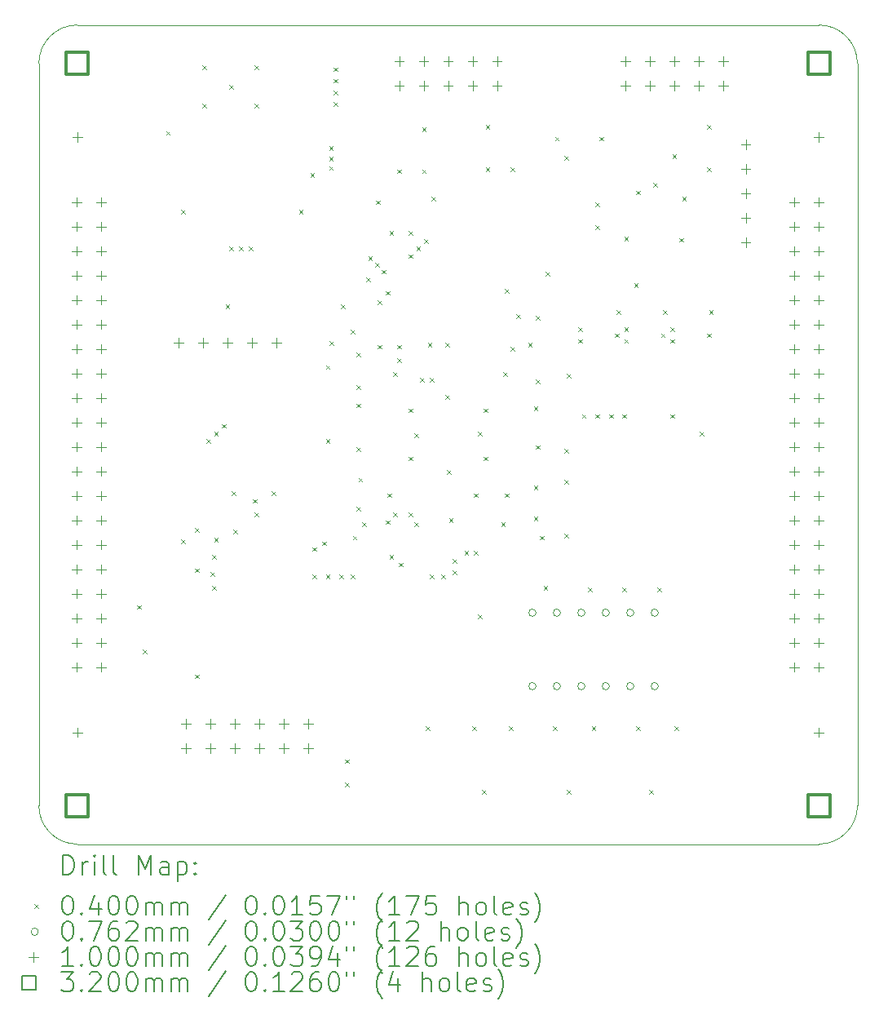
<source format=gbr>
%FSLAX45Y45*%
G04 Gerber Fmt 4.5, Leading zero omitted, Abs format (unit mm)*
G04 Created by KiCad (PCBNEW (6.0.5)) date 2025-04-13 13:18:47*
%MOMM*%
%LPD*%
G01*
G04 APERTURE LIST*
%TA.AperFunction,Profile*%
%ADD10C,0.100000*%
%TD*%
%ADD11C,0.200000*%
%ADD12C,0.040000*%
%ADD13C,0.076200*%
%ADD14C,0.100000*%
%ADD15C,0.320000*%
G04 APERTURE END LIST*
D10*
X9200000Y-13900000D02*
X9200000Y-6200000D01*
X17300000Y-14300000D02*
G75*
G03*
X17700000Y-13900000I0J400000D01*
G01*
X9600000Y-5800000D02*
X17300000Y-5800000D01*
X17700000Y-6200000D02*
X17700000Y-13900000D01*
X17700000Y-6200000D02*
G75*
G03*
X17300000Y-5800000I-400000J0D01*
G01*
X9600000Y-5800000D02*
G75*
G03*
X9200000Y-6200000I0J-400000D01*
G01*
X17300000Y-14300000D02*
X9600000Y-14300000D01*
X9200000Y-13900000D02*
G75*
G03*
X9600000Y-14300000I400000J0D01*
G01*
D11*
D12*
X10220000Y-11820000D02*
X10260000Y-11860000D01*
X10260000Y-11820000D02*
X10220000Y-11860000D01*
X10280000Y-12280000D02*
X10320000Y-12320000D01*
X10320000Y-12280000D02*
X10280000Y-12320000D01*
X10520000Y-6900000D02*
X10560000Y-6940000D01*
X10560000Y-6900000D02*
X10520000Y-6940000D01*
X10680000Y-7720000D02*
X10720000Y-7760000D01*
X10720000Y-7720000D02*
X10680000Y-7760000D01*
X10680000Y-11140000D02*
X10720000Y-11180000D01*
X10720000Y-11140000D02*
X10680000Y-11180000D01*
X10820000Y-11020000D02*
X10860000Y-11060000D01*
X10860000Y-11020000D02*
X10820000Y-11060000D01*
X10820000Y-11440000D02*
X10860000Y-11480000D01*
X10860000Y-11440000D02*
X10820000Y-11480000D01*
X10820000Y-12540000D02*
X10860000Y-12580000D01*
X10860000Y-12540000D02*
X10820000Y-12580000D01*
X10900000Y-6220000D02*
X10940000Y-6260000D01*
X10940000Y-6220000D02*
X10900000Y-6260000D01*
X10900000Y-6620000D02*
X10940000Y-6660000D01*
X10940000Y-6620000D02*
X10900000Y-6660000D01*
X10940000Y-10100000D02*
X10980000Y-10140000D01*
X10980000Y-10100000D02*
X10940000Y-10140000D01*
X10980000Y-11480000D02*
X11020000Y-11520000D01*
X11020000Y-11480000D02*
X10980000Y-11520000D01*
X11000000Y-11300000D02*
X11040000Y-11340000D01*
X11040000Y-11300000D02*
X11000000Y-11340000D01*
X11000000Y-11620000D02*
X11040000Y-11660000D01*
X11040000Y-11620000D02*
X11000000Y-11660000D01*
X11020000Y-10020000D02*
X11060000Y-10060000D01*
X11060000Y-10020000D02*
X11020000Y-10060000D01*
X11020000Y-11120000D02*
X11060000Y-11160000D01*
X11060000Y-11120000D02*
X11020000Y-11160000D01*
X11100000Y-9940000D02*
X11140000Y-9980000D01*
X11140000Y-9940000D02*
X11100000Y-9980000D01*
X11140000Y-8700000D02*
X11180000Y-8740000D01*
X11180000Y-8700000D02*
X11140000Y-8740000D01*
X11180000Y-6420000D02*
X11220000Y-6460000D01*
X11220000Y-6420000D02*
X11180000Y-6460000D01*
X11180000Y-8100000D02*
X11220000Y-8140000D01*
X11220000Y-8100000D02*
X11180000Y-8140000D01*
X11200000Y-10640000D02*
X11240000Y-10680000D01*
X11240000Y-10640000D02*
X11200000Y-10680000D01*
X11220000Y-11040000D02*
X11260000Y-11080000D01*
X11260000Y-11040000D02*
X11220000Y-11080000D01*
X11280000Y-8100000D02*
X11320000Y-8140000D01*
X11320000Y-8100000D02*
X11280000Y-8140000D01*
X11380000Y-8100000D02*
X11420000Y-8140000D01*
X11420000Y-8100000D02*
X11380000Y-8140000D01*
X11420000Y-10720000D02*
X11460000Y-10760000D01*
X11460000Y-10720000D02*
X11420000Y-10760000D01*
X11440000Y-6220000D02*
X11480000Y-6260000D01*
X11480000Y-6220000D02*
X11440000Y-6260000D01*
X11440000Y-6620000D02*
X11480000Y-6660000D01*
X11480000Y-6620000D02*
X11440000Y-6660000D01*
X11440000Y-10860000D02*
X11480000Y-10900000D01*
X11480000Y-10860000D02*
X11440000Y-10900000D01*
X11620000Y-10640000D02*
X11660000Y-10680000D01*
X11660000Y-10640000D02*
X11620000Y-10680000D01*
X11900000Y-7720000D02*
X11940000Y-7760000D01*
X11940000Y-7720000D02*
X11900000Y-7760000D01*
X12020000Y-7340000D02*
X12060000Y-7380000D01*
X12060000Y-7340000D02*
X12020000Y-7380000D01*
X12040000Y-11220000D02*
X12080000Y-11260000D01*
X12080000Y-11220000D02*
X12040000Y-11260000D01*
X12040000Y-11500000D02*
X12080000Y-11540000D01*
X12080000Y-11500000D02*
X12040000Y-11540000D01*
X12140000Y-11160000D02*
X12180000Y-11200000D01*
X12180000Y-11160000D02*
X12140000Y-11200000D01*
X12180000Y-9329950D02*
X12220000Y-9369950D01*
X12220000Y-9329950D02*
X12180000Y-9369950D01*
X12180000Y-10100000D02*
X12220000Y-10140000D01*
X12220000Y-10100000D02*
X12180000Y-10140000D01*
X12180000Y-11500000D02*
X12220000Y-11540000D01*
X12220000Y-11500000D02*
X12180000Y-11540000D01*
X12215000Y-7060000D02*
X12255000Y-7100000D01*
X12255000Y-7060000D02*
X12215000Y-7100000D01*
X12215000Y-7165000D02*
X12255000Y-7205000D01*
X12255000Y-7165000D02*
X12215000Y-7205000D01*
X12215000Y-7265000D02*
X12255000Y-7305000D01*
X12255000Y-7265000D02*
X12215000Y-7305000D01*
X12220000Y-9080000D02*
X12260000Y-9120000D01*
X12260000Y-9080000D02*
X12220000Y-9120000D01*
X12260000Y-6240000D02*
X12300000Y-6280000D01*
X12300000Y-6240000D02*
X12260000Y-6280000D01*
X12260000Y-6360000D02*
X12300000Y-6400000D01*
X12300000Y-6360000D02*
X12260000Y-6400000D01*
X12260000Y-6480000D02*
X12300000Y-6520000D01*
X12300000Y-6480000D02*
X12260000Y-6520000D01*
X12260000Y-6600000D02*
X12300000Y-6640000D01*
X12300000Y-6600000D02*
X12260000Y-6640000D01*
X12320000Y-11500000D02*
X12360000Y-11540000D01*
X12360000Y-11500000D02*
X12320000Y-11540000D01*
X12340000Y-8700000D02*
X12380000Y-8740000D01*
X12380000Y-8700000D02*
X12340000Y-8740000D01*
X12380000Y-13420000D02*
X12420000Y-13460000D01*
X12420000Y-13420000D02*
X12380000Y-13460000D01*
X12380000Y-13660000D02*
X12420000Y-13700000D01*
X12420000Y-13660000D02*
X12380000Y-13700000D01*
X12440000Y-8960000D02*
X12480000Y-9000000D01*
X12480000Y-8960000D02*
X12440000Y-9000000D01*
X12440000Y-11500000D02*
X12480000Y-11540000D01*
X12480000Y-11500000D02*
X12440000Y-11540000D01*
X12460000Y-11100000D02*
X12500000Y-11140000D01*
X12500000Y-11100000D02*
X12460000Y-11140000D01*
X12500000Y-9200000D02*
X12540000Y-9240000D01*
X12540000Y-9200000D02*
X12500000Y-9240000D01*
X12500000Y-9540000D02*
X12540000Y-9580000D01*
X12540000Y-9540000D02*
X12500000Y-9580000D01*
X12500000Y-9729950D02*
X12540000Y-9769950D01*
X12540000Y-9729950D02*
X12500000Y-9769950D01*
X12500000Y-10180000D02*
X12540000Y-10220000D01*
X12540000Y-10180000D02*
X12500000Y-10220000D01*
X12500000Y-10800000D02*
X12540000Y-10840000D01*
X12540000Y-10800000D02*
X12500000Y-10840000D01*
X12520000Y-10500000D02*
X12560000Y-10540000D01*
X12560000Y-10500000D02*
X12520000Y-10540000D01*
X12560000Y-10960000D02*
X12600000Y-11000000D01*
X12600000Y-10960000D02*
X12560000Y-11000000D01*
X12600000Y-8420000D02*
X12640000Y-8460000D01*
X12640000Y-8420000D02*
X12600000Y-8460000D01*
X12620000Y-8200000D02*
X12660000Y-8240000D01*
X12660000Y-8200000D02*
X12620000Y-8240000D01*
X12690000Y-8270000D02*
X12730000Y-8310000D01*
X12730000Y-8270000D02*
X12690000Y-8310000D01*
X12700000Y-7620000D02*
X12740000Y-7660000D01*
X12740000Y-7620000D02*
X12700000Y-7660000D01*
X12720000Y-8660000D02*
X12760000Y-8700000D01*
X12760000Y-8660000D02*
X12720000Y-8700000D01*
X12720000Y-9120000D02*
X12760000Y-9160000D01*
X12760000Y-9120000D02*
X12720000Y-9160000D01*
X12760000Y-8340000D02*
X12800000Y-8380000D01*
X12800000Y-8340000D02*
X12760000Y-8380000D01*
X12800000Y-8560000D02*
X12840000Y-8600000D01*
X12840000Y-8560000D02*
X12800000Y-8600000D01*
X12800000Y-10940000D02*
X12840000Y-10980000D01*
X12840000Y-10940000D02*
X12800000Y-10980000D01*
X12820000Y-10660000D02*
X12860000Y-10700000D01*
X12860000Y-10660000D02*
X12820000Y-10700000D01*
X12840000Y-7940000D02*
X12880000Y-7980000D01*
X12880000Y-7940000D02*
X12840000Y-7980000D01*
X12840000Y-11300000D02*
X12880000Y-11340000D01*
X12880000Y-11300000D02*
X12840000Y-11340000D01*
X12880000Y-9400000D02*
X12920000Y-9440000D01*
X12920000Y-9400000D02*
X12880000Y-9440000D01*
X12880000Y-10860000D02*
X12920000Y-10900000D01*
X12920000Y-10860000D02*
X12880000Y-10900000D01*
X12920000Y-7300000D02*
X12960000Y-7340000D01*
X12960000Y-7300000D02*
X12920000Y-7340000D01*
X12920000Y-9120000D02*
X12960000Y-9160000D01*
X12960000Y-9120000D02*
X12920000Y-9160000D01*
X12920000Y-9260000D02*
X12960000Y-9300000D01*
X12960000Y-9260000D02*
X12920000Y-9300000D01*
X12940000Y-11380000D02*
X12980000Y-11420000D01*
X12980000Y-11380000D02*
X12940000Y-11420000D01*
X13040000Y-7940000D02*
X13080000Y-7980000D01*
X13080000Y-7940000D02*
X13040000Y-7980000D01*
X13040000Y-8180000D02*
X13080000Y-8220000D01*
X13080000Y-8180000D02*
X13040000Y-8220000D01*
X13040000Y-9780000D02*
X13080000Y-9820000D01*
X13080000Y-9780000D02*
X13040000Y-9820000D01*
X13040000Y-10280000D02*
X13080000Y-10320000D01*
X13080000Y-10280000D02*
X13040000Y-10320000D01*
X13040000Y-10860000D02*
X13080000Y-10900000D01*
X13080000Y-10860000D02*
X13040000Y-10900000D01*
X13100000Y-10040000D02*
X13140000Y-10080000D01*
X13140000Y-10040000D02*
X13100000Y-10080000D01*
X13100000Y-10960000D02*
X13140000Y-11000000D01*
X13140000Y-10960000D02*
X13100000Y-11000000D01*
X13120000Y-8100000D02*
X13160000Y-8140000D01*
X13160000Y-8100000D02*
X13120000Y-8140000D01*
X13160000Y-9460000D02*
X13200000Y-9500000D01*
X13200000Y-9460000D02*
X13160000Y-9500000D01*
X13180000Y-6860000D02*
X13220000Y-6900000D01*
X13220000Y-6860000D02*
X13180000Y-6900000D01*
X13180000Y-7300000D02*
X13220000Y-7340000D01*
X13220000Y-7300000D02*
X13180000Y-7340000D01*
X13200000Y-8020000D02*
X13240000Y-8060000D01*
X13240000Y-8020000D02*
X13200000Y-8060000D01*
X13220000Y-13080000D02*
X13260000Y-13120000D01*
X13260000Y-13080000D02*
X13220000Y-13120000D01*
X13240000Y-9100000D02*
X13280000Y-9140000D01*
X13280000Y-9100000D02*
X13240000Y-9140000D01*
X13260000Y-9460000D02*
X13300000Y-9500000D01*
X13300000Y-9460000D02*
X13260000Y-9500000D01*
X13260000Y-11500000D02*
X13300000Y-11540000D01*
X13300000Y-11500000D02*
X13260000Y-11540000D01*
X13280000Y-7580000D02*
X13320000Y-7620000D01*
X13320000Y-7580000D02*
X13280000Y-7620000D01*
X13380000Y-11500000D02*
X13420000Y-11540000D01*
X13420000Y-11500000D02*
X13380000Y-11540000D01*
X13420000Y-9100000D02*
X13460000Y-9140000D01*
X13460000Y-9100000D02*
X13420000Y-9140000D01*
X13420000Y-9640000D02*
X13460000Y-9680000D01*
X13460000Y-9640000D02*
X13420000Y-9680000D01*
X13440000Y-10420000D02*
X13480000Y-10460000D01*
X13480000Y-10420000D02*
X13440000Y-10460000D01*
X13460000Y-10920000D02*
X13500000Y-10960000D01*
X13500000Y-10920000D02*
X13460000Y-10960000D01*
X13500000Y-11340000D02*
X13540000Y-11380000D01*
X13540000Y-11340000D02*
X13500000Y-11380000D01*
X13500000Y-11460000D02*
X13540000Y-11500000D01*
X13540000Y-11460000D02*
X13500000Y-11500000D01*
X13620000Y-11260000D02*
X13660000Y-11300000D01*
X13660000Y-11260000D02*
X13620000Y-11300000D01*
X13700000Y-13080000D02*
X13740000Y-13120000D01*
X13740000Y-13080000D02*
X13700000Y-13120000D01*
X13720000Y-10660000D02*
X13760000Y-10700000D01*
X13760000Y-10660000D02*
X13720000Y-10700000D01*
X13720000Y-11260000D02*
X13760000Y-11300000D01*
X13760000Y-11260000D02*
X13720000Y-11300000D01*
X13760000Y-10020000D02*
X13800000Y-10060000D01*
X13800000Y-10020000D02*
X13760000Y-10060000D01*
X13760000Y-11920000D02*
X13800000Y-11960000D01*
X13800000Y-11920000D02*
X13760000Y-11960000D01*
X13800000Y-13740000D02*
X13840000Y-13780000D01*
X13840000Y-13740000D02*
X13800000Y-13780000D01*
X13820000Y-9780000D02*
X13860000Y-9820000D01*
X13860000Y-9780000D02*
X13820000Y-9820000D01*
X13820000Y-10280000D02*
X13860000Y-10320000D01*
X13860000Y-10280000D02*
X13820000Y-10320000D01*
X13840000Y-6840000D02*
X13880000Y-6880000D01*
X13880000Y-6840000D02*
X13840000Y-6880000D01*
X13840000Y-7280000D02*
X13880000Y-7320000D01*
X13880000Y-7280000D02*
X13840000Y-7320000D01*
X14000000Y-10960000D02*
X14040000Y-11000000D01*
X14040000Y-10960000D02*
X14000000Y-11000000D01*
X14020000Y-9400000D02*
X14060000Y-9440000D01*
X14060000Y-9400000D02*
X14020000Y-9440000D01*
X14040000Y-8540000D02*
X14080000Y-8580000D01*
X14080000Y-8540000D02*
X14040000Y-8580000D01*
X14040000Y-10660000D02*
X14080000Y-10700000D01*
X14080000Y-10660000D02*
X14040000Y-10700000D01*
X14080000Y-13080000D02*
X14120000Y-13120000D01*
X14120000Y-13080000D02*
X14080000Y-13120000D01*
X14100000Y-7280000D02*
X14140000Y-7320000D01*
X14140000Y-7280000D02*
X14100000Y-7320000D01*
X14100000Y-9140000D02*
X14140000Y-9180000D01*
X14140000Y-9140000D02*
X14100000Y-9180000D01*
X14160000Y-8800000D02*
X14200000Y-8840000D01*
X14200000Y-8800000D02*
X14160000Y-8840000D01*
X14280000Y-9100000D02*
X14320000Y-9140000D01*
X14320000Y-9100000D02*
X14280000Y-9140000D01*
X14340000Y-9760000D02*
X14380000Y-9800000D01*
X14380000Y-9760000D02*
X14340000Y-9800000D01*
X14340000Y-10580000D02*
X14380000Y-10620000D01*
X14380000Y-10580000D02*
X14340000Y-10620000D01*
X14340000Y-10900000D02*
X14380000Y-10940000D01*
X14380000Y-10900000D02*
X14340000Y-10940000D01*
X14360000Y-8820000D02*
X14400000Y-8860000D01*
X14400000Y-8820000D02*
X14360000Y-8860000D01*
X14360000Y-9480000D02*
X14400000Y-9520000D01*
X14400000Y-9480000D02*
X14360000Y-9520000D01*
X14360000Y-10160000D02*
X14400000Y-10200000D01*
X14400000Y-10160000D02*
X14360000Y-10200000D01*
X14400000Y-11100000D02*
X14440000Y-11140000D01*
X14440000Y-11100000D02*
X14400000Y-11140000D01*
X14440000Y-11620000D02*
X14480000Y-11660000D01*
X14480000Y-11620000D02*
X14440000Y-11660000D01*
X14460000Y-8360000D02*
X14500000Y-8400000D01*
X14500000Y-8360000D02*
X14460000Y-8400000D01*
X14540000Y-13080000D02*
X14580000Y-13120000D01*
X14580000Y-13080000D02*
X14540000Y-13120000D01*
X14560000Y-6960000D02*
X14600000Y-7000000D01*
X14600000Y-6960000D02*
X14560000Y-7000000D01*
X14660000Y-7160000D02*
X14700000Y-7200000D01*
X14700000Y-7160000D02*
X14660000Y-7200000D01*
X14660000Y-10200000D02*
X14700000Y-10240000D01*
X14700000Y-10200000D02*
X14660000Y-10240000D01*
X14660000Y-10520000D02*
X14700000Y-10560000D01*
X14700000Y-10520000D02*
X14660000Y-10560000D01*
X14660000Y-11080000D02*
X14700000Y-11120000D01*
X14700000Y-11080000D02*
X14660000Y-11120000D01*
X14680000Y-9420000D02*
X14720000Y-9460000D01*
X14720000Y-9420000D02*
X14680000Y-9460000D01*
X14680000Y-13740000D02*
X14720000Y-13780000D01*
X14720000Y-13740000D02*
X14680000Y-13780000D01*
X14800000Y-8940000D02*
X14840000Y-8980000D01*
X14840000Y-8940000D02*
X14800000Y-8980000D01*
X14800000Y-9060000D02*
X14840000Y-9100000D01*
X14840000Y-9060000D02*
X14800000Y-9100000D01*
X14840000Y-9840000D02*
X14880000Y-9880000D01*
X14880000Y-9840000D02*
X14840000Y-9880000D01*
X14900000Y-11640000D02*
X14940000Y-11680000D01*
X14940000Y-11640000D02*
X14900000Y-11680000D01*
X14940000Y-13080000D02*
X14980000Y-13120000D01*
X14980000Y-13080000D02*
X14940000Y-13120000D01*
X14980000Y-7640000D02*
X15020000Y-7680000D01*
X15020000Y-7640000D02*
X14980000Y-7680000D01*
X14980000Y-7880000D02*
X15020000Y-7920000D01*
X15020000Y-7880000D02*
X14980000Y-7920000D01*
X14980000Y-9840000D02*
X15020000Y-9880000D01*
X15020000Y-9840000D02*
X14980000Y-9880000D01*
X15020000Y-6960000D02*
X15060000Y-7000000D01*
X15060000Y-6960000D02*
X15020000Y-7000000D01*
X15120000Y-9840000D02*
X15160000Y-9880000D01*
X15160000Y-9840000D02*
X15120000Y-9880000D01*
X15180000Y-9000000D02*
X15220000Y-9040000D01*
X15220000Y-9000000D02*
X15180000Y-9040000D01*
X15200000Y-8760000D02*
X15240000Y-8800000D01*
X15240000Y-8760000D02*
X15200000Y-8800000D01*
X15260000Y-9840000D02*
X15300000Y-9880000D01*
X15300000Y-9840000D02*
X15260000Y-9880000D01*
X15260000Y-11640000D02*
X15300000Y-11680000D01*
X15300000Y-11640000D02*
X15260000Y-11680000D01*
X15280000Y-8000000D02*
X15320000Y-8040000D01*
X15320000Y-8000000D02*
X15280000Y-8040000D01*
X15280000Y-8940000D02*
X15320000Y-8980000D01*
X15320000Y-8940000D02*
X15280000Y-8980000D01*
X15280000Y-9060000D02*
X15320000Y-9100000D01*
X15320000Y-9060000D02*
X15280000Y-9100000D01*
X15380000Y-8480000D02*
X15420000Y-8520000D01*
X15420000Y-8480000D02*
X15380000Y-8520000D01*
X15400000Y-7520000D02*
X15440000Y-7560000D01*
X15440000Y-7520000D02*
X15400000Y-7560000D01*
X15400000Y-13080000D02*
X15440000Y-13120000D01*
X15440000Y-13080000D02*
X15400000Y-13120000D01*
X15540000Y-13740000D02*
X15580000Y-13780000D01*
X15580000Y-13740000D02*
X15540000Y-13780000D01*
X15580000Y-7440000D02*
X15620000Y-7480000D01*
X15620000Y-7440000D02*
X15580000Y-7480000D01*
X15620000Y-11640000D02*
X15660000Y-11680000D01*
X15660000Y-11640000D02*
X15620000Y-11680000D01*
X15660000Y-9000000D02*
X15700000Y-9040000D01*
X15700000Y-9000000D02*
X15660000Y-9040000D01*
X15680000Y-8760000D02*
X15720000Y-8800000D01*
X15720000Y-8760000D02*
X15680000Y-8800000D01*
X15760000Y-8940000D02*
X15800000Y-8980000D01*
X15800000Y-8940000D02*
X15760000Y-8980000D01*
X15760000Y-9060000D02*
X15800000Y-9100000D01*
X15800000Y-9060000D02*
X15760000Y-9100000D01*
X15760000Y-9840000D02*
X15800000Y-9880000D01*
X15800000Y-9840000D02*
X15760000Y-9880000D01*
X15780000Y-7140000D02*
X15820000Y-7180000D01*
X15820000Y-7140000D02*
X15780000Y-7180000D01*
X15800000Y-13080000D02*
X15840000Y-13120000D01*
X15840000Y-13080000D02*
X15800000Y-13120000D01*
X15849500Y-8010500D02*
X15889500Y-8050500D01*
X15889500Y-8010500D02*
X15849500Y-8050500D01*
X15880000Y-7580000D02*
X15920000Y-7620000D01*
X15920000Y-7580000D02*
X15880000Y-7620000D01*
X16060000Y-10020000D02*
X16100000Y-10060000D01*
X16100000Y-10020000D02*
X16060000Y-10060000D01*
X16140000Y-6840000D02*
X16180000Y-6880000D01*
X16180000Y-6840000D02*
X16140000Y-6880000D01*
X16140000Y-7280000D02*
X16180000Y-7320000D01*
X16180000Y-7280000D02*
X16140000Y-7320000D01*
X16140000Y-9000000D02*
X16180000Y-9040000D01*
X16180000Y-9000000D02*
X16140000Y-9040000D01*
X16160000Y-8760000D02*
X16200000Y-8800000D01*
X16200000Y-8760000D02*
X16160000Y-8800000D01*
D13*
X14363100Y-11899000D02*
G75*
G03*
X14363100Y-11899000I-38100J0D01*
G01*
X14363100Y-12661000D02*
G75*
G03*
X14363100Y-12661000I-38100J0D01*
G01*
X14617100Y-11899000D02*
G75*
G03*
X14617100Y-11899000I-38100J0D01*
G01*
X14617100Y-12661000D02*
G75*
G03*
X14617100Y-12661000I-38100J0D01*
G01*
X14871100Y-11899000D02*
G75*
G03*
X14871100Y-11899000I-38100J0D01*
G01*
X14871100Y-12661000D02*
G75*
G03*
X14871100Y-12661000I-38100J0D01*
G01*
X15125100Y-11899000D02*
G75*
G03*
X15125100Y-11899000I-38100J0D01*
G01*
X15125100Y-12661000D02*
G75*
G03*
X15125100Y-12661000I-38100J0D01*
G01*
X15379100Y-11899000D02*
G75*
G03*
X15379100Y-11899000I-38100J0D01*
G01*
X15379100Y-12661000D02*
G75*
G03*
X15379100Y-12661000I-38100J0D01*
G01*
X15633100Y-11899000D02*
G75*
G03*
X15633100Y-11899000I-38100J0D01*
G01*
X15633100Y-12661000D02*
G75*
G03*
X15633100Y-12661000I-38100J0D01*
G01*
D14*
X9596000Y-7587000D02*
X9596000Y-7687000D01*
X9546000Y-7637000D02*
X9646000Y-7637000D01*
X9596000Y-7841000D02*
X9596000Y-7941000D01*
X9546000Y-7891000D02*
X9646000Y-7891000D01*
X9596000Y-8095000D02*
X9596000Y-8195000D01*
X9546000Y-8145000D02*
X9646000Y-8145000D01*
X9596000Y-8349000D02*
X9596000Y-8449000D01*
X9546000Y-8399000D02*
X9646000Y-8399000D01*
X9596000Y-8603000D02*
X9596000Y-8703000D01*
X9546000Y-8653000D02*
X9646000Y-8653000D01*
X9596000Y-8857000D02*
X9596000Y-8957000D01*
X9546000Y-8907000D02*
X9646000Y-8907000D01*
X9596000Y-9111000D02*
X9596000Y-9211000D01*
X9546000Y-9161000D02*
X9646000Y-9161000D01*
X9596000Y-9365000D02*
X9596000Y-9465000D01*
X9546000Y-9415000D02*
X9646000Y-9415000D01*
X9596000Y-9619000D02*
X9596000Y-9719000D01*
X9546000Y-9669000D02*
X9646000Y-9669000D01*
X9596000Y-9873000D02*
X9596000Y-9973000D01*
X9546000Y-9923000D02*
X9646000Y-9923000D01*
X9596000Y-10127000D02*
X9596000Y-10227000D01*
X9546000Y-10177000D02*
X9646000Y-10177000D01*
X9596000Y-10381000D02*
X9596000Y-10481000D01*
X9546000Y-10431000D02*
X9646000Y-10431000D01*
X9596000Y-10635000D02*
X9596000Y-10735000D01*
X9546000Y-10685000D02*
X9646000Y-10685000D01*
X9596000Y-10889000D02*
X9596000Y-10989000D01*
X9546000Y-10939000D02*
X9646000Y-10939000D01*
X9596000Y-11143000D02*
X9596000Y-11243000D01*
X9546000Y-11193000D02*
X9646000Y-11193000D01*
X9596000Y-11397000D02*
X9596000Y-11497000D01*
X9546000Y-11447000D02*
X9646000Y-11447000D01*
X9596000Y-11651000D02*
X9596000Y-11751000D01*
X9546000Y-11701000D02*
X9646000Y-11701000D01*
X9596000Y-11905000D02*
X9596000Y-12005000D01*
X9546000Y-11955000D02*
X9646000Y-11955000D01*
X9596000Y-12159000D02*
X9596000Y-12259000D01*
X9546000Y-12209000D02*
X9646000Y-12209000D01*
X9596000Y-12413000D02*
X9596000Y-12513000D01*
X9546000Y-12463000D02*
X9646000Y-12463000D01*
X9600000Y-6910000D02*
X9600000Y-7010000D01*
X9550000Y-6960000D02*
X9650000Y-6960000D01*
X9600000Y-13090000D02*
X9600000Y-13190000D01*
X9550000Y-13140000D02*
X9650000Y-13140000D01*
X9850000Y-7587000D02*
X9850000Y-7687000D01*
X9800000Y-7637000D02*
X9900000Y-7637000D01*
X9850000Y-7841000D02*
X9850000Y-7941000D01*
X9800000Y-7891000D02*
X9900000Y-7891000D01*
X9850000Y-8095000D02*
X9850000Y-8195000D01*
X9800000Y-8145000D02*
X9900000Y-8145000D01*
X9850000Y-8349000D02*
X9850000Y-8449000D01*
X9800000Y-8399000D02*
X9900000Y-8399000D01*
X9850000Y-8603000D02*
X9850000Y-8703000D01*
X9800000Y-8653000D02*
X9900000Y-8653000D01*
X9850000Y-8857000D02*
X9850000Y-8957000D01*
X9800000Y-8907000D02*
X9900000Y-8907000D01*
X9850000Y-9111000D02*
X9850000Y-9211000D01*
X9800000Y-9161000D02*
X9900000Y-9161000D01*
X9850000Y-9365000D02*
X9850000Y-9465000D01*
X9800000Y-9415000D02*
X9900000Y-9415000D01*
X9850000Y-9619000D02*
X9850000Y-9719000D01*
X9800000Y-9669000D02*
X9900000Y-9669000D01*
X9850000Y-9873000D02*
X9850000Y-9973000D01*
X9800000Y-9923000D02*
X9900000Y-9923000D01*
X9850000Y-10127000D02*
X9850000Y-10227000D01*
X9800000Y-10177000D02*
X9900000Y-10177000D01*
X9850000Y-10381000D02*
X9850000Y-10481000D01*
X9800000Y-10431000D02*
X9900000Y-10431000D01*
X9850000Y-10635000D02*
X9850000Y-10735000D01*
X9800000Y-10685000D02*
X9900000Y-10685000D01*
X9850000Y-10889000D02*
X9850000Y-10989000D01*
X9800000Y-10939000D02*
X9900000Y-10939000D01*
X9850000Y-11143000D02*
X9850000Y-11243000D01*
X9800000Y-11193000D02*
X9900000Y-11193000D01*
X9850000Y-11397000D02*
X9850000Y-11497000D01*
X9800000Y-11447000D02*
X9900000Y-11447000D01*
X9850000Y-11651000D02*
X9850000Y-11751000D01*
X9800000Y-11701000D02*
X9900000Y-11701000D01*
X9850000Y-11905000D02*
X9850000Y-12005000D01*
X9800000Y-11955000D02*
X9900000Y-11955000D01*
X9850000Y-12159000D02*
X9850000Y-12259000D01*
X9800000Y-12209000D02*
X9900000Y-12209000D01*
X9850000Y-12413000D02*
X9850000Y-12513000D01*
X9800000Y-12463000D02*
X9900000Y-12463000D01*
X10652500Y-9050000D02*
X10652500Y-9150000D01*
X10602500Y-9100000D02*
X10702500Y-9100000D01*
X10730000Y-13000000D02*
X10730000Y-13100000D01*
X10680000Y-13050000D02*
X10780000Y-13050000D01*
X10730000Y-13254000D02*
X10730000Y-13354000D01*
X10680000Y-13304000D02*
X10780000Y-13304000D01*
X10906500Y-9050000D02*
X10906500Y-9150000D01*
X10856500Y-9100000D02*
X10956500Y-9100000D01*
X10984000Y-13000000D02*
X10984000Y-13100000D01*
X10934000Y-13050000D02*
X11034000Y-13050000D01*
X10984000Y-13254000D02*
X10984000Y-13354000D01*
X10934000Y-13304000D02*
X11034000Y-13304000D01*
X11160500Y-9050000D02*
X11160500Y-9150000D01*
X11110500Y-9100000D02*
X11210500Y-9100000D01*
X11238000Y-13000000D02*
X11238000Y-13100000D01*
X11188000Y-13050000D02*
X11288000Y-13050000D01*
X11238000Y-13254000D02*
X11238000Y-13354000D01*
X11188000Y-13304000D02*
X11288000Y-13304000D01*
X11414500Y-9050000D02*
X11414500Y-9150000D01*
X11364500Y-9100000D02*
X11464500Y-9100000D01*
X11492000Y-13000000D02*
X11492000Y-13100000D01*
X11442000Y-13050000D02*
X11542000Y-13050000D01*
X11492000Y-13254000D02*
X11492000Y-13354000D01*
X11442000Y-13304000D02*
X11542000Y-13304000D01*
X11668500Y-9050000D02*
X11668500Y-9150000D01*
X11618500Y-9100000D02*
X11718500Y-9100000D01*
X11746000Y-13000000D02*
X11746000Y-13100000D01*
X11696000Y-13050000D02*
X11796000Y-13050000D01*
X11746000Y-13254000D02*
X11746000Y-13354000D01*
X11696000Y-13304000D02*
X11796000Y-13304000D01*
X12000000Y-13000000D02*
X12000000Y-13100000D01*
X11950000Y-13050000D02*
X12050000Y-13050000D01*
X12000000Y-13254000D02*
X12000000Y-13354000D01*
X11950000Y-13304000D02*
X12050000Y-13304000D01*
X12942000Y-6126000D02*
X12942000Y-6226000D01*
X12892000Y-6176000D02*
X12992000Y-6176000D01*
X12942000Y-6380000D02*
X12942000Y-6480000D01*
X12892000Y-6430000D02*
X12992000Y-6430000D01*
X13196000Y-6126000D02*
X13196000Y-6226000D01*
X13146000Y-6176000D02*
X13246000Y-6176000D01*
X13196000Y-6380000D02*
X13196000Y-6480000D01*
X13146000Y-6430000D02*
X13246000Y-6430000D01*
X13450000Y-6126000D02*
X13450000Y-6226000D01*
X13400000Y-6176000D02*
X13500000Y-6176000D01*
X13450000Y-6380000D02*
X13450000Y-6480000D01*
X13400000Y-6430000D02*
X13500000Y-6430000D01*
X13704000Y-6126000D02*
X13704000Y-6226000D01*
X13654000Y-6176000D02*
X13754000Y-6176000D01*
X13704000Y-6380000D02*
X13704000Y-6480000D01*
X13654000Y-6430000D02*
X13754000Y-6430000D01*
X13958000Y-6126000D02*
X13958000Y-6226000D01*
X13908000Y-6176000D02*
X14008000Y-6176000D01*
X13958000Y-6380000D02*
X13958000Y-6480000D01*
X13908000Y-6430000D02*
X14008000Y-6430000D01*
X15290000Y-6126000D02*
X15290000Y-6226000D01*
X15240000Y-6176000D02*
X15340000Y-6176000D01*
X15290000Y-6380000D02*
X15290000Y-6480000D01*
X15240000Y-6430000D02*
X15340000Y-6430000D01*
X15544000Y-6126000D02*
X15544000Y-6226000D01*
X15494000Y-6176000D02*
X15594000Y-6176000D01*
X15544000Y-6380000D02*
X15544000Y-6480000D01*
X15494000Y-6430000D02*
X15594000Y-6430000D01*
X15798000Y-6126000D02*
X15798000Y-6226000D01*
X15748000Y-6176000D02*
X15848000Y-6176000D01*
X15798000Y-6380000D02*
X15798000Y-6480000D01*
X15748000Y-6430000D02*
X15848000Y-6430000D01*
X16052000Y-6126000D02*
X16052000Y-6226000D01*
X16002000Y-6176000D02*
X16102000Y-6176000D01*
X16052000Y-6380000D02*
X16052000Y-6480000D01*
X16002000Y-6430000D02*
X16102000Y-6430000D01*
X16306000Y-6126000D02*
X16306000Y-6226000D01*
X16256000Y-6176000D02*
X16356000Y-6176000D01*
X16306000Y-6380000D02*
X16306000Y-6480000D01*
X16256000Y-6430000D02*
X16356000Y-6430000D01*
X16540000Y-6988000D02*
X16540000Y-7088000D01*
X16490000Y-7038000D02*
X16590000Y-7038000D01*
X16540000Y-7242000D02*
X16540000Y-7342000D01*
X16490000Y-7292000D02*
X16590000Y-7292000D01*
X16540000Y-7496000D02*
X16540000Y-7596000D01*
X16490000Y-7546000D02*
X16590000Y-7546000D01*
X16540000Y-7750000D02*
X16540000Y-7850000D01*
X16490000Y-7800000D02*
X16590000Y-7800000D01*
X16540000Y-8004000D02*
X16540000Y-8104000D01*
X16490000Y-8054000D02*
X16590000Y-8054000D01*
X17042000Y-7587000D02*
X17042000Y-7687000D01*
X16992000Y-7637000D02*
X17092000Y-7637000D01*
X17042000Y-7841000D02*
X17042000Y-7941000D01*
X16992000Y-7891000D02*
X17092000Y-7891000D01*
X17042000Y-8095000D02*
X17042000Y-8195000D01*
X16992000Y-8145000D02*
X17092000Y-8145000D01*
X17042000Y-8349000D02*
X17042000Y-8449000D01*
X16992000Y-8399000D02*
X17092000Y-8399000D01*
X17042000Y-8603000D02*
X17042000Y-8703000D01*
X16992000Y-8653000D02*
X17092000Y-8653000D01*
X17042000Y-8857000D02*
X17042000Y-8957000D01*
X16992000Y-8907000D02*
X17092000Y-8907000D01*
X17042000Y-9111000D02*
X17042000Y-9211000D01*
X16992000Y-9161000D02*
X17092000Y-9161000D01*
X17042000Y-9365000D02*
X17042000Y-9465000D01*
X16992000Y-9415000D02*
X17092000Y-9415000D01*
X17042000Y-9619000D02*
X17042000Y-9719000D01*
X16992000Y-9669000D02*
X17092000Y-9669000D01*
X17042000Y-9873000D02*
X17042000Y-9973000D01*
X16992000Y-9923000D02*
X17092000Y-9923000D01*
X17042000Y-10127000D02*
X17042000Y-10227000D01*
X16992000Y-10177000D02*
X17092000Y-10177000D01*
X17042000Y-10381000D02*
X17042000Y-10481000D01*
X16992000Y-10431000D02*
X17092000Y-10431000D01*
X17042000Y-10635000D02*
X17042000Y-10735000D01*
X16992000Y-10685000D02*
X17092000Y-10685000D01*
X17042000Y-10889000D02*
X17042000Y-10989000D01*
X16992000Y-10939000D02*
X17092000Y-10939000D01*
X17042000Y-11143000D02*
X17042000Y-11243000D01*
X16992000Y-11193000D02*
X17092000Y-11193000D01*
X17042000Y-11397000D02*
X17042000Y-11497000D01*
X16992000Y-11447000D02*
X17092000Y-11447000D01*
X17042000Y-11651000D02*
X17042000Y-11751000D01*
X16992000Y-11701000D02*
X17092000Y-11701000D01*
X17042000Y-11905000D02*
X17042000Y-12005000D01*
X16992000Y-11955000D02*
X17092000Y-11955000D01*
X17042000Y-12159000D02*
X17042000Y-12259000D01*
X16992000Y-12209000D02*
X17092000Y-12209000D01*
X17042000Y-12413000D02*
X17042000Y-12513000D01*
X16992000Y-12463000D02*
X17092000Y-12463000D01*
X17296000Y-7587000D02*
X17296000Y-7687000D01*
X17246000Y-7637000D02*
X17346000Y-7637000D01*
X17296000Y-7841000D02*
X17296000Y-7941000D01*
X17246000Y-7891000D02*
X17346000Y-7891000D01*
X17296000Y-8095000D02*
X17296000Y-8195000D01*
X17246000Y-8145000D02*
X17346000Y-8145000D01*
X17296000Y-8349000D02*
X17296000Y-8449000D01*
X17246000Y-8399000D02*
X17346000Y-8399000D01*
X17296000Y-8603000D02*
X17296000Y-8703000D01*
X17246000Y-8653000D02*
X17346000Y-8653000D01*
X17296000Y-8857000D02*
X17296000Y-8957000D01*
X17246000Y-8907000D02*
X17346000Y-8907000D01*
X17296000Y-9111000D02*
X17296000Y-9211000D01*
X17246000Y-9161000D02*
X17346000Y-9161000D01*
X17296000Y-9365000D02*
X17296000Y-9465000D01*
X17246000Y-9415000D02*
X17346000Y-9415000D01*
X17296000Y-9619000D02*
X17296000Y-9719000D01*
X17246000Y-9669000D02*
X17346000Y-9669000D01*
X17296000Y-9873000D02*
X17296000Y-9973000D01*
X17246000Y-9923000D02*
X17346000Y-9923000D01*
X17296000Y-10127000D02*
X17296000Y-10227000D01*
X17246000Y-10177000D02*
X17346000Y-10177000D01*
X17296000Y-10381000D02*
X17296000Y-10481000D01*
X17246000Y-10431000D02*
X17346000Y-10431000D01*
X17296000Y-10635000D02*
X17296000Y-10735000D01*
X17246000Y-10685000D02*
X17346000Y-10685000D01*
X17296000Y-10889000D02*
X17296000Y-10989000D01*
X17246000Y-10939000D02*
X17346000Y-10939000D01*
X17296000Y-11143000D02*
X17296000Y-11243000D01*
X17246000Y-11193000D02*
X17346000Y-11193000D01*
X17296000Y-11397000D02*
X17296000Y-11497000D01*
X17246000Y-11447000D02*
X17346000Y-11447000D01*
X17296000Y-11651000D02*
X17296000Y-11751000D01*
X17246000Y-11701000D02*
X17346000Y-11701000D01*
X17296000Y-11905000D02*
X17296000Y-12005000D01*
X17246000Y-11955000D02*
X17346000Y-11955000D01*
X17296000Y-12159000D02*
X17296000Y-12259000D01*
X17246000Y-12209000D02*
X17346000Y-12209000D01*
X17296000Y-12413000D02*
X17296000Y-12513000D01*
X17246000Y-12463000D02*
X17346000Y-12463000D01*
X17300000Y-6910000D02*
X17300000Y-7010000D01*
X17250000Y-6960000D02*
X17350000Y-6960000D01*
X17300000Y-13090000D02*
X17300000Y-13190000D01*
X17250000Y-13140000D02*
X17350000Y-13140000D01*
D15*
X9713138Y-6313138D02*
X9713138Y-6086862D01*
X9486862Y-6086862D01*
X9486862Y-6313138D01*
X9713138Y-6313138D01*
X9713138Y-14013138D02*
X9713138Y-13786862D01*
X9486862Y-13786862D01*
X9486862Y-14013138D01*
X9713138Y-14013138D01*
X17413138Y-6313138D02*
X17413138Y-6086862D01*
X17186862Y-6086862D01*
X17186862Y-6313138D01*
X17413138Y-6313138D01*
X17413138Y-14013138D02*
X17413138Y-13786862D01*
X17186862Y-13786862D01*
X17186862Y-14013138D01*
X17413138Y-14013138D01*
D11*
X9452619Y-14615476D02*
X9452619Y-14415476D01*
X9500238Y-14415476D01*
X9528810Y-14425000D01*
X9547857Y-14444048D01*
X9557381Y-14463095D01*
X9566905Y-14501190D01*
X9566905Y-14529762D01*
X9557381Y-14567857D01*
X9547857Y-14586905D01*
X9528810Y-14605952D01*
X9500238Y-14615476D01*
X9452619Y-14615476D01*
X9652619Y-14615476D02*
X9652619Y-14482143D01*
X9652619Y-14520238D02*
X9662143Y-14501190D01*
X9671667Y-14491667D01*
X9690714Y-14482143D01*
X9709762Y-14482143D01*
X9776429Y-14615476D02*
X9776429Y-14482143D01*
X9776429Y-14415476D02*
X9766905Y-14425000D01*
X9776429Y-14434524D01*
X9785952Y-14425000D01*
X9776429Y-14415476D01*
X9776429Y-14434524D01*
X9900238Y-14615476D02*
X9881190Y-14605952D01*
X9871667Y-14586905D01*
X9871667Y-14415476D01*
X10005000Y-14615476D02*
X9985952Y-14605952D01*
X9976429Y-14586905D01*
X9976429Y-14415476D01*
X10233571Y-14615476D02*
X10233571Y-14415476D01*
X10300238Y-14558333D01*
X10366905Y-14415476D01*
X10366905Y-14615476D01*
X10547857Y-14615476D02*
X10547857Y-14510714D01*
X10538333Y-14491667D01*
X10519286Y-14482143D01*
X10481190Y-14482143D01*
X10462143Y-14491667D01*
X10547857Y-14605952D02*
X10528810Y-14615476D01*
X10481190Y-14615476D01*
X10462143Y-14605952D01*
X10452619Y-14586905D01*
X10452619Y-14567857D01*
X10462143Y-14548809D01*
X10481190Y-14539286D01*
X10528810Y-14539286D01*
X10547857Y-14529762D01*
X10643095Y-14482143D02*
X10643095Y-14682143D01*
X10643095Y-14491667D02*
X10662143Y-14482143D01*
X10700238Y-14482143D01*
X10719286Y-14491667D01*
X10728810Y-14501190D01*
X10738333Y-14520238D01*
X10738333Y-14577381D01*
X10728810Y-14596428D01*
X10719286Y-14605952D01*
X10700238Y-14615476D01*
X10662143Y-14615476D01*
X10643095Y-14605952D01*
X10824048Y-14596428D02*
X10833571Y-14605952D01*
X10824048Y-14615476D01*
X10814524Y-14605952D01*
X10824048Y-14596428D01*
X10824048Y-14615476D01*
X10824048Y-14491667D02*
X10833571Y-14501190D01*
X10824048Y-14510714D01*
X10814524Y-14501190D01*
X10824048Y-14491667D01*
X10824048Y-14510714D01*
D12*
X9155000Y-14925000D02*
X9195000Y-14965000D01*
X9195000Y-14925000D02*
X9155000Y-14965000D01*
D11*
X9490714Y-14835476D02*
X9509762Y-14835476D01*
X9528810Y-14845000D01*
X9538333Y-14854524D01*
X9547857Y-14873571D01*
X9557381Y-14911667D01*
X9557381Y-14959286D01*
X9547857Y-14997381D01*
X9538333Y-15016428D01*
X9528810Y-15025952D01*
X9509762Y-15035476D01*
X9490714Y-15035476D01*
X9471667Y-15025952D01*
X9462143Y-15016428D01*
X9452619Y-14997381D01*
X9443095Y-14959286D01*
X9443095Y-14911667D01*
X9452619Y-14873571D01*
X9462143Y-14854524D01*
X9471667Y-14845000D01*
X9490714Y-14835476D01*
X9643095Y-15016428D02*
X9652619Y-15025952D01*
X9643095Y-15035476D01*
X9633571Y-15025952D01*
X9643095Y-15016428D01*
X9643095Y-15035476D01*
X9824048Y-14902143D02*
X9824048Y-15035476D01*
X9776429Y-14825952D02*
X9728810Y-14968809D01*
X9852619Y-14968809D01*
X9966905Y-14835476D02*
X9985952Y-14835476D01*
X10005000Y-14845000D01*
X10014524Y-14854524D01*
X10024048Y-14873571D01*
X10033571Y-14911667D01*
X10033571Y-14959286D01*
X10024048Y-14997381D01*
X10014524Y-15016428D01*
X10005000Y-15025952D01*
X9985952Y-15035476D01*
X9966905Y-15035476D01*
X9947857Y-15025952D01*
X9938333Y-15016428D01*
X9928810Y-14997381D01*
X9919286Y-14959286D01*
X9919286Y-14911667D01*
X9928810Y-14873571D01*
X9938333Y-14854524D01*
X9947857Y-14845000D01*
X9966905Y-14835476D01*
X10157381Y-14835476D02*
X10176429Y-14835476D01*
X10195476Y-14845000D01*
X10205000Y-14854524D01*
X10214524Y-14873571D01*
X10224048Y-14911667D01*
X10224048Y-14959286D01*
X10214524Y-14997381D01*
X10205000Y-15016428D01*
X10195476Y-15025952D01*
X10176429Y-15035476D01*
X10157381Y-15035476D01*
X10138333Y-15025952D01*
X10128810Y-15016428D01*
X10119286Y-14997381D01*
X10109762Y-14959286D01*
X10109762Y-14911667D01*
X10119286Y-14873571D01*
X10128810Y-14854524D01*
X10138333Y-14845000D01*
X10157381Y-14835476D01*
X10309762Y-15035476D02*
X10309762Y-14902143D01*
X10309762Y-14921190D02*
X10319286Y-14911667D01*
X10338333Y-14902143D01*
X10366905Y-14902143D01*
X10385952Y-14911667D01*
X10395476Y-14930714D01*
X10395476Y-15035476D01*
X10395476Y-14930714D02*
X10405000Y-14911667D01*
X10424048Y-14902143D01*
X10452619Y-14902143D01*
X10471667Y-14911667D01*
X10481190Y-14930714D01*
X10481190Y-15035476D01*
X10576429Y-15035476D02*
X10576429Y-14902143D01*
X10576429Y-14921190D02*
X10585952Y-14911667D01*
X10605000Y-14902143D01*
X10633571Y-14902143D01*
X10652619Y-14911667D01*
X10662143Y-14930714D01*
X10662143Y-15035476D01*
X10662143Y-14930714D02*
X10671667Y-14911667D01*
X10690714Y-14902143D01*
X10719286Y-14902143D01*
X10738333Y-14911667D01*
X10747857Y-14930714D01*
X10747857Y-15035476D01*
X11138333Y-14825952D02*
X10966905Y-15083095D01*
X11395476Y-14835476D02*
X11414524Y-14835476D01*
X11433571Y-14845000D01*
X11443095Y-14854524D01*
X11452619Y-14873571D01*
X11462143Y-14911667D01*
X11462143Y-14959286D01*
X11452619Y-14997381D01*
X11443095Y-15016428D01*
X11433571Y-15025952D01*
X11414524Y-15035476D01*
X11395476Y-15035476D01*
X11376428Y-15025952D01*
X11366905Y-15016428D01*
X11357381Y-14997381D01*
X11347857Y-14959286D01*
X11347857Y-14911667D01*
X11357381Y-14873571D01*
X11366905Y-14854524D01*
X11376428Y-14845000D01*
X11395476Y-14835476D01*
X11547857Y-15016428D02*
X11557381Y-15025952D01*
X11547857Y-15035476D01*
X11538333Y-15025952D01*
X11547857Y-15016428D01*
X11547857Y-15035476D01*
X11681190Y-14835476D02*
X11700238Y-14835476D01*
X11719286Y-14845000D01*
X11728809Y-14854524D01*
X11738333Y-14873571D01*
X11747857Y-14911667D01*
X11747857Y-14959286D01*
X11738333Y-14997381D01*
X11728809Y-15016428D01*
X11719286Y-15025952D01*
X11700238Y-15035476D01*
X11681190Y-15035476D01*
X11662143Y-15025952D01*
X11652619Y-15016428D01*
X11643095Y-14997381D01*
X11633571Y-14959286D01*
X11633571Y-14911667D01*
X11643095Y-14873571D01*
X11652619Y-14854524D01*
X11662143Y-14845000D01*
X11681190Y-14835476D01*
X11938333Y-15035476D02*
X11824048Y-15035476D01*
X11881190Y-15035476D02*
X11881190Y-14835476D01*
X11862143Y-14864048D01*
X11843095Y-14883095D01*
X11824048Y-14892619D01*
X12119286Y-14835476D02*
X12024048Y-14835476D01*
X12014524Y-14930714D01*
X12024048Y-14921190D01*
X12043095Y-14911667D01*
X12090714Y-14911667D01*
X12109762Y-14921190D01*
X12119286Y-14930714D01*
X12128809Y-14949762D01*
X12128809Y-14997381D01*
X12119286Y-15016428D01*
X12109762Y-15025952D01*
X12090714Y-15035476D01*
X12043095Y-15035476D01*
X12024048Y-15025952D01*
X12014524Y-15016428D01*
X12195476Y-14835476D02*
X12328809Y-14835476D01*
X12243095Y-15035476D01*
X12395476Y-14835476D02*
X12395476Y-14873571D01*
X12471667Y-14835476D02*
X12471667Y-14873571D01*
X12766905Y-15111667D02*
X12757381Y-15102143D01*
X12738333Y-15073571D01*
X12728809Y-15054524D01*
X12719286Y-15025952D01*
X12709762Y-14978333D01*
X12709762Y-14940238D01*
X12719286Y-14892619D01*
X12728809Y-14864048D01*
X12738333Y-14845000D01*
X12757381Y-14816428D01*
X12766905Y-14806905D01*
X12947857Y-15035476D02*
X12833571Y-15035476D01*
X12890714Y-15035476D02*
X12890714Y-14835476D01*
X12871667Y-14864048D01*
X12852619Y-14883095D01*
X12833571Y-14892619D01*
X13014524Y-14835476D02*
X13147857Y-14835476D01*
X13062143Y-15035476D01*
X13319286Y-14835476D02*
X13224048Y-14835476D01*
X13214524Y-14930714D01*
X13224048Y-14921190D01*
X13243095Y-14911667D01*
X13290714Y-14911667D01*
X13309762Y-14921190D01*
X13319286Y-14930714D01*
X13328809Y-14949762D01*
X13328809Y-14997381D01*
X13319286Y-15016428D01*
X13309762Y-15025952D01*
X13290714Y-15035476D01*
X13243095Y-15035476D01*
X13224048Y-15025952D01*
X13214524Y-15016428D01*
X13566905Y-15035476D02*
X13566905Y-14835476D01*
X13652619Y-15035476D02*
X13652619Y-14930714D01*
X13643095Y-14911667D01*
X13624048Y-14902143D01*
X13595476Y-14902143D01*
X13576428Y-14911667D01*
X13566905Y-14921190D01*
X13776428Y-15035476D02*
X13757381Y-15025952D01*
X13747857Y-15016428D01*
X13738333Y-14997381D01*
X13738333Y-14940238D01*
X13747857Y-14921190D01*
X13757381Y-14911667D01*
X13776428Y-14902143D01*
X13805000Y-14902143D01*
X13824048Y-14911667D01*
X13833571Y-14921190D01*
X13843095Y-14940238D01*
X13843095Y-14997381D01*
X13833571Y-15016428D01*
X13824048Y-15025952D01*
X13805000Y-15035476D01*
X13776428Y-15035476D01*
X13957381Y-15035476D02*
X13938333Y-15025952D01*
X13928809Y-15006905D01*
X13928809Y-14835476D01*
X14109762Y-15025952D02*
X14090714Y-15035476D01*
X14052619Y-15035476D01*
X14033571Y-15025952D01*
X14024048Y-15006905D01*
X14024048Y-14930714D01*
X14033571Y-14911667D01*
X14052619Y-14902143D01*
X14090714Y-14902143D01*
X14109762Y-14911667D01*
X14119286Y-14930714D01*
X14119286Y-14949762D01*
X14024048Y-14968809D01*
X14195476Y-15025952D02*
X14214524Y-15035476D01*
X14252619Y-15035476D01*
X14271667Y-15025952D01*
X14281190Y-15006905D01*
X14281190Y-14997381D01*
X14271667Y-14978333D01*
X14252619Y-14968809D01*
X14224048Y-14968809D01*
X14205000Y-14959286D01*
X14195476Y-14940238D01*
X14195476Y-14930714D01*
X14205000Y-14911667D01*
X14224048Y-14902143D01*
X14252619Y-14902143D01*
X14271667Y-14911667D01*
X14347857Y-15111667D02*
X14357381Y-15102143D01*
X14376428Y-15073571D01*
X14385952Y-15054524D01*
X14395476Y-15025952D01*
X14405000Y-14978333D01*
X14405000Y-14940238D01*
X14395476Y-14892619D01*
X14385952Y-14864048D01*
X14376428Y-14845000D01*
X14357381Y-14816428D01*
X14347857Y-14806905D01*
D13*
X9195000Y-15209000D02*
G75*
G03*
X9195000Y-15209000I-38100J0D01*
G01*
D11*
X9490714Y-15099476D02*
X9509762Y-15099476D01*
X9528810Y-15109000D01*
X9538333Y-15118524D01*
X9547857Y-15137571D01*
X9557381Y-15175667D01*
X9557381Y-15223286D01*
X9547857Y-15261381D01*
X9538333Y-15280428D01*
X9528810Y-15289952D01*
X9509762Y-15299476D01*
X9490714Y-15299476D01*
X9471667Y-15289952D01*
X9462143Y-15280428D01*
X9452619Y-15261381D01*
X9443095Y-15223286D01*
X9443095Y-15175667D01*
X9452619Y-15137571D01*
X9462143Y-15118524D01*
X9471667Y-15109000D01*
X9490714Y-15099476D01*
X9643095Y-15280428D02*
X9652619Y-15289952D01*
X9643095Y-15299476D01*
X9633571Y-15289952D01*
X9643095Y-15280428D01*
X9643095Y-15299476D01*
X9719286Y-15099476D02*
X9852619Y-15099476D01*
X9766905Y-15299476D01*
X10014524Y-15099476D02*
X9976429Y-15099476D01*
X9957381Y-15109000D01*
X9947857Y-15118524D01*
X9928810Y-15147095D01*
X9919286Y-15185190D01*
X9919286Y-15261381D01*
X9928810Y-15280428D01*
X9938333Y-15289952D01*
X9957381Y-15299476D01*
X9995476Y-15299476D01*
X10014524Y-15289952D01*
X10024048Y-15280428D01*
X10033571Y-15261381D01*
X10033571Y-15213762D01*
X10024048Y-15194714D01*
X10014524Y-15185190D01*
X9995476Y-15175667D01*
X9957381Y-15175667D01*
X9938333Y-15185190D01*
X9928810Y-15194714D01*
X9919286Y-15213762D01*
X10109762Y-15118524D02*
X10119286Y-15109000D01*
X10138333Y-15099476D01*
X10185952Y-15099476D01*
X10205000Y-15109000D01*
X10214524Y-15118524D01*
X10224048Y-15137571D01*
X10224048Y-15156619D01*
X10214524Y-15185190D01*
X10100238Y-15299476D01*
X10224048Y-15299476D01*
X10309762Y-15299476D02*
X10309762Y-15166143D01*
X10309762Y-15185190D02*
X10319286Y-15175667D01*
X10338333Y-15166143D01*
X10366905Y-15166143D01*
X10385952Y-15175667D01*
X10395476Y-15194714D01*
X10395476Y-15299476D01*
X10395476Y-15194714D02*
X10405000Y-15175667D01*
X10424048Y-15166143D01*
X10452619Y-15166143D01*
X10471667Y-15175667D01*
X10481190Y-15194714D01*
X10481190Y-15299476D01*
X10576429Y-15299476D02*
X10576429Y-15166143D01*
X10576429Y-15185190D02*
X10585952Y-15175667D01*
X10605000Y-15166143D01*
X10633571Y-15166143D01*
X10652619Y-15175667D01*
X10662143Y-15194714D01*
X10662143Y-15299476D01*
X10662143Y-15194714D02*
X10671667Y-15175667D01*
X10690714Y-15166143D01*
X10719286Y-15166143D01*
X10738333Y-15175667D01*
X10747857Y-15194714D01*
X10747857Y-15299476D01*
X11138333Y-15089952D02*
X10966905Y-15347095D01*
X11395476Y-15099476D02*
X11414524Y-15099476D01*
X11433571Y-15109000D01*
X11443095Y-15118524D01*
X11452619Y-15137571D01*
X11462143Y-15175667D01*
X11462143Y-15223286D01*
X11452619Y-15261381D01*
X11443095Y-15280428D01*
X11433571Y-15289952D01*
X11414524Y-15299476D01*
X11395476Y-15299476D01*
X11376428Y-15289952D01*
X11366905Y-15280428D01*
X11357381Y-15261381D01*
X11347857Y-15223286D01*
X11347857Y-15175667D01*
X11357381Y-15137571D01*
X11366905Y-15118524D01*
X11376428Y-15109000D01*
X11395476Y-15099476D01*
X11547857Y-15280428D02*
X11557381Y-15289952D01*
X11547857Y-15299476D01*
X11538333Y-15289952D01*
X11547857Y-15280428D01*
X11547857Y-15299476D01*
X11681190Y-15099476D02*
X11700238Y-15099476D01*
X11719286Y-15109000D01*
X11728809Y-15118524D01*
X11738333Y-15137571D01*
X11747857Y-15175667D01*
X11747857Y-15223286D01*
X11738333Y-15261381D01*
X11728809Y-15280428D01*
X11719286Y-15289952D01*
X11700238Y-15299476D01*
X11681190Y-15299476D01*
X11662143Y-15289952D01*
X11652619Y-15280428D01*
X11643095Y-15261381D01*
X11633571Y-15223286D01*
X11633571Y-15175667D01*
X11643095Y-15137571D01*
X11652619Y-15118524D01*
X11662143Y-15109000D01*
X11681190Y-15099476D01*
X11814524Y-15099476D02*
X11938333Y-15099476D01*
X11871667Y-15175667D01*
X11900238Y-15175667D01*
X11919286Y-15185190D01*
X11928809Y-15194714D01*
X11938333Y-15213762D01*
X11938333Y-15261381D01*
X11928809Y-15280428D01*
X11919286Y-15289952D01*
X11900238Y-15299476D01*
X11843095Y-15299476D01*
X11824048Y-15289952D01*
X11814524Y-15280428D01*
X12062143Y-15099476D02*
X12081190Y-15099476D01*
X12100238Y-15109000D01*
X12109762Y-15118524D01*
X12119286Y-15137571D01*
X12128809Y-15175667D01*
X12128809Y-15223286D01*
X12119286Y-15261381D01*
X12109762Y-15280428D01*
X12100238Y-15289952D01*
X12081190Y-15299476D01*
X12062143Y-15299476D01*
X12043095Y-15289952D01*
X12033571Y-15280428D01*
X12024048Y-15261381D01*
X12014524Y-15223286D01*
X12014524Y-15175667D01*
X12024048Y-15137571D01*
X12033571Y-15118524D01*
X12043095Y-15109000D01*
X12062143Y-15099476D01*
X12252619Y-15099476D02*
X12271667Y-15099476D01*
X12290714Y-15109000D01*
X12300238Y-15118524D01*
X12309762Y-15137571D01*
X12319286Y-15175667D01*
X12319286Y-15223286D01*
X12309762Y-15261381D01*
X12300238Y-15280428D01*
X12290714Y-15289952D01*
X12271667Y-15299476D01*
X12252619Y-15299476D01*
X12233571Y-15289952D01*
X12224048Y-15280428D01*
X12214524Y-15261381D01*
X12205000Y-15223286D01*
X12205000Y-15175667D01*
X12214524Y-15137571D01*
X12224048Y-15118524D01*
X12233571Y-15109000D01*
X12252619Y-15099476D01*
X12395476Y-15099476D02*
X12395476Y-15137571D01*
X12471667Y-15099476D02*
X12471667Y-15137571D01*
X12766905Y-15375667D02*
X12757381Y-15366143D01*
X12738333Y-15337571D01*
X12728809Y-15318524D01*
X12719286Y-15289952D01*
X12709762Y-15242333D01*
X12709762Y-15204238D01*
X12719286Y-15156619D01*
X12728809Y-15128048D01*
X12738333Y-15109000D01*
X12757381Y-15080428D01*
X12766905Y-15070905D01*
X12947857Y-15299476D02*
X12833571Y-15299476D01*
X12890714Y-15299476D02*
X12890714Y-15099476D01*
X12871667Y-15128048D01*
X12852619Y-15147095D01*
X12833571Y-15156619D01*
X13024048Y-15118524D02*
X13033571Y-15109000D01*
X13052619Y-15099476D01*
X13100238Y-15099476D01*
X13119286Y-15109000D01*
X13128809Y-15118524D01*
X13138333Y-15137571D01*
X13138333Y-15156619D01*
X13128809Y-15185190D01*
X13014524Y-15299476D01*
X13138333Y-15299476D01*
X13376428Y-15299476D02*
X13376428Y-15099476D01*
X13462143Y-15299476D02*
X13462143Y-15194714D01*
X13452619Y-15175667D01*
X13433571Y-15166143D01*
X13405000Y-15166143D01*
X13385952Y-15175667D01*
X13376428Y-15185190D01*
X13585952Y-15299476D02*
X13566905Y-15289952D01*
X13557381Y-15280428D01*
X13547857Y-15261381D01*
X13547857Y-15204238D01*
X13557381Y-15185190D01*
X13566905Y-15175667D01*
X13585952Y-15166143D01*
X13614524Y-15166143D01*
X13633571Y-15175667D01*
X13643095Y-15185190D01*
X13652619Y-15204238D01*
X13652619Y-15261381D01*
X13643095Y-15280428D01*
X13633571Y-15289952D01*
X13614524Y-15299476D01*
X13585952Y-15299476D01*
X13766905Y-15299476D02*
X13747857Y-15289952D01*
X13738333Y-15270905D01*
X13738333Y-15099476D01*
X13919286Y-15289952D02*
X13900238Y-15299476D01*
X13862143Y-15299476D01*
X13843095Y-15289952D01*
X13833571Y-15270905D01*
X13833571Y-15194714D01*
X13843095Y-15175667D01*
X13862143Y-15166143D01*
X13900238Y-15166143D01*
X13919286Y-15175667D01*
X13928809Y-15194714D01*
X13928809Y-15213762D01*
X13833571Y-15232809D01*
X14005000Y-15289952D02*
X14024048Y-15299476D01*
X14062143Y-15299476D01*
X14081190Y-15289952D01*
X14090714Y-15270905D01*
X14090714Y-15261381D01*
X14081190Y-15242333D01*
X14062143Y-15232809D01*
X14033571Y-15232809D01*
X14014524Y-15223286D01*
X14005000Y-15204238D01*
X14005000Y-15194714D01*
X14014524Y-15175667D01*
X14033571Y-15166143D01*
X14062143Y-15166143D01*
X14081190Y-15175667D01*
X14157381Y-15375667D02*
X14166905Y-15366143D01*
X14185952Y-15337571D01*
X14195476Y-15318524D01*
X14205000Y-15289952D01*
X14214524Y-15242333D01*
X14214524Y-15204238D01*
X14205000Y-15156619D01*
X14195476Y-15128048D01*
X14185952Y-15109000D01*
X14166905Y-15080428D01*
X14157381Y-15070905D01*
D14*
X9145000Y-15423000D02*
X9145000Y-15523000D01*
X9095000Y-15473000D02*
X9195000Y-15473000D01*
D11*
X9557381Y-15563476D02*
X9443095Y-15563476D01*
X9500238Y-15563476D02*
X9500238Y-15363476D01*
X9481190Y-15392048D01*
X9462143Y-15411095D01*
X9443095Y-15420619D01*
X9643095Y-15544428D02*
X9652619Y-15553952D01*
X9643095Y-15563476D01*
X9633571Y-15553952D01*
X9643095Y-15544428D01*
X9643095Y-15563476D01*
X9776429Y-15363476D02*
X9795476Y-15363476D01*
X9814524Y-15373000D01*
X9824048Y-15382524D01*
X9833571Y-15401571D01*
X9843095Y-15439667D01*
X9843095Y-15487286D01*
X9833571Y-15525381D01*
X9824048Y-15544428D01*
X9814524Y-15553952D01*
X9795476Y-15563476D01*
X9776429Y-15563476D01*
X9757381Y-15553952D01*
X9747857Y-15544428D01*
X9738333Y-15525381D01*
X9728810Y-15487286D01*
X9728810Y-15439667D01*
X9738333Y-15401571D01*
X9747857Y-15382524D01*
X9757381Y-15373000D01*
X9776429Y-15363476D01*
X9966905Y-15363476D02*
X9985952Y-15363476D01*
X10005000Y-15373000D01*
X10014524Y-15382524D01*
X10024048Y-15401571D01*
X10033571Y-15439667D01*
X10033571Y-15487286D01*
X10024048Y-15525381D01*
X10014524Y-15544428D01*
X10005000Y-15553952D01*
X9985952Y-15563476D01*
X9966905Y-15563476D01*
X9947857Y-15553952D01*
X9938333Y-15544428D01*
X9928810Y-15525381D01*
X9919286Y-15487286D01*
X9919286Y-15439667D01*
X9928810Y-15401571D01*
X9938333Y-15382524D01*
X9947857Y-15373000D01*
X9966905Y-15363476D01*
X10157381Y-15363476D02*
X10176429Y-15363476D01*
X10195476Y-15373000D01*
X10205000Y-15382524D01*
X10214524Y-15401571D01*
X10224048Y-15439667D01*
X10224048Y-15487286D01*
X10214524Y-15525381D01*
X10205000Y-15544428D01*
X10195476Y-15553952D01*
X10176429Y-15563476D01*
X10157381Y-15563476D01*
X10138333Y-15553952D01*
X10128810Y-15544428D01*
X10119286Y-15525381D01*
X10109762Y-15487286D01*
X10109762Y-15439667D01*
X10119286Y-15401571D01*
X10128810Y-15382524D01*
X10138333Y-15373000D01*
X10157381Y-15363476D01*
X10309762Y-15563476D02*
X10309762Y-15430143D01*
X10309762Y-15449190D02*
X10319286Y-15439667D01*
X10338333Y-15430143D01*
X10366905Y-15430143D01*
X10385952Y-15439667D01*
X10395476Y-15458714D01*
X10395476Y-15563476D01*
X10395476Y-15458714D02*
X10405000Y-15439667D01*
X10424048Y-15430143D01*
X10452619Y-15430143D01*
X10471667Y-15439667D01*
X10481190Y-15458714D01*
X10481190Y-15563476D01*
X10576429Y-15563476D02*
X10576429Y-15430143D01*
X10576429Y-15449190D02*
X10585952Y-15439667D01*
X10605000Y-15430143D01*
X10633571Y-15430143D01*
X10652619Y-15439667D01*
X10662143Y-15458714D01*
X10662143Y-15563476D01*
X10662143Y-15458714D02*
X10671667Y-15439667D01*
X10690714Y-15430143D01*
X10719286Y-15430143D01*
X10738333Y-15439667D01*
X10747857Y-15458714D01*
X10747857Y-15563476D01*
X11138333Y-15353952D02*
X10966905Y-15611095D01*
X11395476Y-15363476D02*
X11414524Y-15363476D01*
X11433571Y-15373000D01*
X11443095Y-15382524D01*
X11452619Y-15401571D01*
X11462143Y-15439667D01*
X11462143Y-15487286D01*
X11452619Y-15525381D01*
X11443095Y-15544428D01*
X11433571Y-15553952D01*
X11414524Y-15563476D01*
X11395476Y-15563476D01*
X11376428Y-15553952D01*
X11366905Y-15544428D01*
X11357381Y-15525381D01*
X11347857Y-15487286D01*
X11347857Y-15439667D01*
X11357381Y-15401571D01*
X11366905Y-15382524D01*
X11376428Y-15373000D01*
X11395476Y-15363476D01*
X11547857Y-15544428D02*
X11557381Y-15553952D01*
X11547857Y-15563476D01*
X11538333Y-15553952D01*
X11547857Y-15544428D01*
X11547857Y-15563476D01*
X11681190Y-15363476D02*
X11700238Y-15363476D01*
X11719286Y-15373000D01*
X11728809Y-15382524D01*
X11738333Y-15401571D01*
X11747857Y-15439667D01*
X11747857Y-15487286D01*
X11738333Y-15525381D01*
X11728809Y-15544428D01*
X11719286Y-15553952D01*
X11700238Y-15563476D01*
X11681190Y-15563476D01*
X11662143Y-15553952D01*
X11652619Y-15544428D01*
X11643095Y-15525381D01*
X11633571Y-15487286D01*
X11633571Y-15439667D01*
X11643095Y-15401571D01*
X11652619Y-15382524D01*
X11662143Y-15373000D01*
X11681190Y-15363476D01*
X11814524Y-15363476D02*
X11938333Y-15363476D01*
X11871667Y-15439667D01*
X11900238Y-15439667D01*
X11919286Y-15449190D01*
X11928809Y-15458714D01*
X11938333Y-15477762D01*
X11938333Y-15525381D01*
X11928809Y-15544428D01*
X11919286Y-15553952D01*
X11900238Y-15563476D01*
X11843095Y-15563476D01*
X11824048Y-15553952D01*
X11814524Y-15544428D01*
X12033571Y-15563476D02*
X12071667Y-15563476D01*
X12090714Y-15553952D01*
X12100238Y-15544428D01*
X12119286Y-15515857D01*
X12128809Y-15477762D01*
X12128809Y-15401571D01*
X12119286Y-15382524D01*
X12109762Y-15373000D01*
X12090714Y-15363476D01*
X12052619Y-15363476D01*
X12033571Y-15373000D01*
X12024048Y-15382524D01*
X12014524Y-15401571D01*
X12014524Y-15449190D01*
X12024048Y-15468238D01*
X12033571Y-15477762D01*
X12052619Y-15487286D01*
X12090714Y-15487286D01*
X12109762Y-15477762D01*
X12119286Y-15468238D01*
X12128809Y-15449190D01*
X12300238Y-15430143D02*
X12300238Y-15563476D01*
X12252619Y-15353952D02*
X12205000Y-15496809D01*
X12328809Y-15496809D01*
X12395476Y-15363476D02*
X12395476Y-15401571D01*
X12471667Y-15363476D02*
X12471667Y-15401571D01*
X12766905Y-15639667D02*
X12757381Y-15630143D01*
X12738333Y-15601571D01*
X12728809Y-15582524D01*
X12719286Y-15553952D01*
X12709762Y-15506333D01*
X12709762Y-15468238D01*
X12719286Y-15420619D01*
X12728809Y-15392048D01*
X12738333Y-15373000D01*
X12757381Y-15344428D01*
X12766905Y-15334905D01*
X12947857Y-15563476D02*
X12833571Y-15563476D01*
X12890714Y-15563476D02*
X12890714Y-15363476D01*
X12871667Y-15392048D01*
X12852619Y-15411095D01*
X12833571Y-15420619D01*
X13024048Y-15382524D02*
X13033571Y-15373000D01*
X13052619Y-15363476D01*
X13100238Y-15363476D01*
X13119286Y-15373000D01*
X13128809Y-15382524D01*
X13138333Y-15401571D01*
X13138333Y-15420619D01*
X13128809Y-15449190D01*
X13014524Y-15563476D01*
X13138333Y-15563476D01*
X13309762Y-15363476D02*
X13271667Y-15363476D01*
X13252619Y-15373000D01*
X13243095Y-15382524D01*
X13224048Y-15411095D01*
X13214524Y-15449190D01*
X13214524Y-15525381D01*
X13224048Y-15544428D01*
X13233571Y-15553952D01*
X13252619Y-15563476D01*
X13290714Y-15563476D01*
X13309762Y-15553952D01*
X13319286Y-15544428D01*
X13328809Y-15525381D01*
X13328809Y-15477762D01*
X13319286Y-15458714D01*
X13309762Y-15449190D01*
X13290714Y-15439667D01*
X13252619Y-15439667D01*
X13233571Y-15449190D01*
X13224048Y-15458714D01*
X13214524Y-15477762D01*
X13566905Y-15563476D02*
X13566905Y-15363476D01*
X13652619Y-15563476D02*
X13652619Y-15458714D01*
X13643095Y-15439667D01*
X13624048Y-15430143D01*
X13595476Y-15430143D01*
X13576428Y-15439667D01*
X13566905Y-15449190D01*
X13776428Y-15563476D02*
X13757381Y-15553952D01*
X13747857Y-15544428D01*
X13738333Y-15525381D01*
X13738333Y-15468238D01*
X13747857Y-15449190D01*
X13757381Y-15439667D01*
X13776428Y-15430143D01*
X13805000Y-15430143D01*
X13824048Y-15439667D01*
X13833571Y-15449190D01*
X13843095Y-15468238D01*
X13843095Y-15525381D01*
X13833571Y-15544428D01*
X13824048Y-15553952D01*
X13805000Y-15563476D01*
X13776428Y-15563476D01*
X13957381Y-15563476D02*
X13938333Y-15553952D01*
X13928809Y-15534905D01*
X13928809Y-15363476D01*
X14109762Y-15553952D02*
X14090714Y-15563476D01*
X14052619Y-15563476D01*
X14033571Y-15553952D01*
X14024048Y-15534905D01*
X14024048Y-15458714D01*
X14033571Y-15439667D01*
X14052619Y-15430143D01*
X14090714Y-15430143D01*
X14109762Y-15439667D01*
X14119286Y-15458714D01*
X14119286Y-15477762D01*
X14024048Y-15496809D01*
X14195476Y-15553952D02*
X14214524Y-15563476D01*
X14252619Y-15563476D01*
X14271667Y-15553952D01*
X14281190Y-15534905D01*
X14281190Y-15525381D01*
X14271667Y-15506333D01*
X14252619Y-15496809D01*
X14224048Y-15496809D01*
X14205000Y-15487286D01*
X14195476Y-15468238D01*
X14195476Y-15458714D01*
X14205000Y-15439667D01*
X14224048Y-15430143D01*
X14252619Y-15430143D01*
X14271667Y-15439667D01*
X14347857Y-15639667D02*
X14357381Y-15630143D01*
X14376428Y-15601571D01*
X14385952Y-15582524D01*
X14395476Y-15553952D01*
X14405000Y-15506333D01*
X14405000Y-15468238D01*
X14395476Y-15420619D01*
X14385952Y-15392048D01*
X14376428Y-15373000D01*
X14357381Y-15344428D01*
X14347857Y-15334905D01*
X9165711Y-15807711D02*
X9165711Y-15666289D01*
X9024289Y-15666289D01*
X9024289Y-15807711D01*
X9165711Y-15807711D01*
X9433571Y-15627476D02*
X9557381Y-15627476D01*
X9490714Y-15703667D01*
X9519286Y-15703667D01*
X9538333Y-15713190D01*
X9547857Y-15722714D01*
X9557381Y-15741762D01*
X9557381Y-15789381D01*
X9547857Y-15808428D01*
X9538333Y-15817952D01*
X9519286Y-15827476D01*
X9462143Y-15827476D01*
X9443095Y-15817952D01*
X9433571Y-15808428D01*
X9643095Y-15808428D02*
X9652619Y-15817952D01*
X9643095Y-15827476D01*
X9633571Y-15817952D01*
X9643095Y-15808428D01*
X9643095Y-15827476D01*
X9728810Y-15646524D02*
X9738333Y-15637000D01*
X9757381Y-15627476D01*
X9805000Y-15627476D01*
X9824048Y-15637000D01*
X9833571Y-15646524D01*
X9843095Y-15665571D01*
X9843095Y-15684619D01*
X9833571Y-15713190D01*
X9719286Y-15827476D01*
X9843095Y-15827476D01*
X9966905Y-15627476D02*
X9985952Y-15627476D01*
X10005000Y-15637000D01*
X10014524Y-15646524D01*
X10024048Y-15665571D01*
X10033571Y-15703667D01*
X10033571Y-15751286D01*
X10024048Y-15789381D01*
X10014524Y-15808428D01*
X10005000Y-15817952D01*
X9985952Y-15827476D01*
X9966905Y-15827476D01*
X9947857Y-15817952D01*
X9938333Y-15808428D01*
X9928810Y-15789381D01*
X9919286Y-15751286D01*
X9919286Y-15703667D01*
X9928810Y-15665571D01*
X9938333Y-15646524D01*
X9947857Y-15637000D01*
X9966905Y-15627476D01*
X10157381Y-15627476D02*
X10176429Y-15627476D01*
X10195476Y-15637000D01*
X10205000Y-15646524D01*
X10214524Y-15665571D01*
X10224048Y-15703667D01*
X10224048Y-15751286D01*
X10214524Y-15789381D01*
X10205000Y-15808428D01*
X10195476Y-15817952D01*
X10176429Y-15827476D01*
X10157381Y-15827476D01*
X10138333Y-15817952D01*
X10128810Y-15808428D01*
X10119286Y-15789381D01*
X10109762Y-15751286D01*
X10109762Y-15703667D01*
X10119286Y-15665571D01*
X10128810Y-15646524D01*
X10138333Y-15637000D01*
X10157381Y-15627476D01*
X10309762Y-15827476D02*
X10309762Y-15694143D01*
X10309762Y-15713190D02*
X10319286Y-15703667D01*
X10338333Y-15694143D01*
X10366905Y-15694143D01*
X10385952Y-15703667D01*
X10395476Y-15722714D01*
X10395476Y-15827476D01*
X10395476Y-15722714D02*
X10405000Y-15703667D01*
X10424048Y-15694143D01*
X10452619Y-15694143D01*
X10471667Y-15703667D01*
X10481190Y-15722714D01*
X10481190Y-15827476D01*
X10576429Y-15827476D02*
X10576429Y-15694143D01*
X10576429Y-15713190D02*
X10585952Y-15703667D01*
X10605000Y-15694143D01*
X10633571Y-15694143D01*
X10652619Y-15703667D01*
X10662143Y-15722714D01*
X10662143Y-15827476D01*
X10662143Y-15722714D02*
X10671667Y-15703667D01*
X10690714Y-15694143D01*
X10719286Y-15694143D01*
X10738333Y-15703667D01*
X10747857Y-15722714D01*
X10747857Y-15827476D01*
X11138333Y-15617952D02*
X10966905Y-15875095D01*
X11395476Y-15627476D02*
X11414524Y-15627476D01*
X11433571Y-15637000D01*
X11443095Y-15646524D01*
X11452619Y-15665571D01*
X11462143Y-15703667D01*
X11462143Y-15751286D01*
X11452619Y-15789381D01*
X11443095Y-15808428D01*
X11433571Y-15817952D01*
X11414524Y-15827476D01*
X11395476Y-15827476D01*
X11376428Y-15817952D01*
X11366905Y-15808428D01*
X11357381Y-15789381D01*
X11347857Y-15751286D01*
X11347857Y-15703667D01*
X11357381Y-15665571D01*
X11366905Y-15646524D01*
X11376428Y-15637000D01*
X11395476Y-15627476D01*
X11547857Y-15808428D02*
X11557381Y-15817952D01*
X11547857Y-15827476D01*
X11538333Y-15817952D01*
X11547857Y-15808428D01*
X11547857Y-15827476D01*
X11747857Y-15827476D02*
X11633571Y-15827476D01*
X11690714Y-15827476D02*
X11690714Y-15627476D01*
X11671667Y-15656048D01*
X11652619Y-15675095D01*
X11633571Y-15684619D01*
X11824048Y-15646524D02*
X11833571Y-15637000D01*
X11852619Y-15627476D01*
X11900238Y-15627476D01*
X11919286Y-15637000D01*
X11928809Y-15646524D01*
X11938333Y-15665571D01*
X11938333Y-15684619D01*
X11928809Y-15713190D01*
X11814524Y-15827476D01*
X11938333Y-15827476D01*
X12109762Y-15627476D02*
X12071667Y-15627476D01*
X12052619Y-15637000D01*
X12043095Y-15646524D01*
X12024048Y-15675095D01*
X12014524Y-15713190D01*
X12014524Y-15789381D01*
X12024048Y-15808428D01*
X12033571Y-15817952D01*
X12052619Y-15827476D01*
X12090714Y-15827476D01*
X12109762Y-15817952D01*
X12119286Y-15808428D01*
X12128809Y-15789381D01*
X12128809Y-15741762D01*
X12119286Y-15722714D01*
X12109762Y-15713190D01*
X12090714Y-15703667D01*
X12052619Y-15703667D01*
X12033571Y-15713190D01*
X12024048Y-15722714D01*
X12014524Y-15741762D01*
X12252619Y-15627476D02*
X12271667Y-15627476D01*
X12290714Y-15637000D01*
X12300238Y-15646524D01*
X12309762Y-15665571D01*
X12319286Y-15703667D01*
X12319286Y-15751286D01*
X12309762Y-15789381D01*
X12300238Y-15808428D01*
X12290714Y-15817952D01*
X12271667Y-15827476D01*
X12252619Y-15827476D01*
X12233571Y-15817952D01*
X12224048Y-15808428D01*
X12214524Y-15789381D01*
X12205000Y-15751286D01*
X12205000Y-15703667D01*
X12214524Y-15665571D01*
X12224048Y-15646524D01*
X12233571Y-15637000D01*
X12252619Y-15627476D01*
X12395476Y-15627476D02*
X12395476Y-15665571D01*
X12471667Y-15627476D02*
X12471667Y-15665571D01*
X12766905Y-15903667D02*
X12757381Y-15894143D01*
X12738333Y-15865571D01*
X12728809Y-15846524D01*
X12719286Y-15817952D01*
X12709762Y-15770333D01*
X12709762Y-15732238D01*
X12719286Y-15684619D01*
X12728809Y-15656048D01*
X12738333Y-15637000D01*
X12757381Y-15608428D01*
X12766905Y-15598905D01*
X12928809Y-15694143D02*
X12928809Y-15827476D01*
X12881190Y-15617952D02*
X12833571Y-15760809D01*
X12957381Y-15760809D01*
X13185952Y-15827476D02*
X13185952Y-15627476D01*
X13271667Y-15827476D02*
X13271667Y-15722714D01*
X13262143Y-15703667D01*
X13243095Y-15694143D01*
X13214524Y-15694143D01*
X13195476Y-15703667D01*
X13185952Y-15713190D01*
X13395476Y-15827476D02*
X13376428Y-15817952D01*
X13366905Y-15808428D01*
X13357381Y-15789381D01*
X13357381Y-15732238D01*
X13366905Y-15713190D01*
X13376428Y-15703667D01*
X13395476Y-15694143D01*
X13424048Y-15694143D01*
X13443095Y-15703667D01*
X13452619Y-15713190D01*
X13462143Y-15732238D01*
X13462143Y-15789381D01*
X13452619Y-15808428D01*
X13443095Y-15817952D01*
X13424048Y-15827476D01*
X13395476Y-15827476D01*
X13576428Y-15827476D02*
X13557381Y-15817952D01*
X13547857Y-15798905D01*
X13547857Y-15627476D01*
X13728809Y-15817952D02*
X13709762Y-15827476D01*
X13671667Y-15827476D01*
X13652619Y-15817952D01*
X13643095Y-15798905D01*
X13643095Y-15722714D01*
X13652619Y-15703667D01*
X13671667Y-15694143D01*
X13709762Y-15694143D01*
X13728809Y-15703667D01*
X13738333Y-15722714D01*
X13738333Y-15741762D01*
X13643095Y-15760809D01*
X13814524Y-15817952D02*
X13833571Y-15827476D01*
X13871667Y-15827476D01*
X13890714Y-15817952D01*
X13900238Y-15798905D01*
X13900238Y-15789381D01*
X13890714Y-15770333D01*
X13871667Y-15760809D01*
X13843095Y-15760809D01*
X13824048Y-15751286D01*
X13814524Y-15732238D01*
X13814524Y-15722714D01*
X13824048Y-15703667D01*
X13843095Y-15694143D01*
X13871667Y-15694143D01*
X13890714Y-15703667D01*
X13966905Y-15903667D02*
X13976428Y-15894143D01*
X13995476Y-15865571D01*
X14005000Y-15846524D01*
X14014524Y-15817952D01*
X14024048Y-15770333D01*
X14024048Y-15732238D01*
X14014524Y-15684619D01*
X14005000Y-15656048D01*
X13995476Y-15637000D01*
X13976428Y-15608428D01*
X13966905Y-15598905D01*
M02*

</source>
